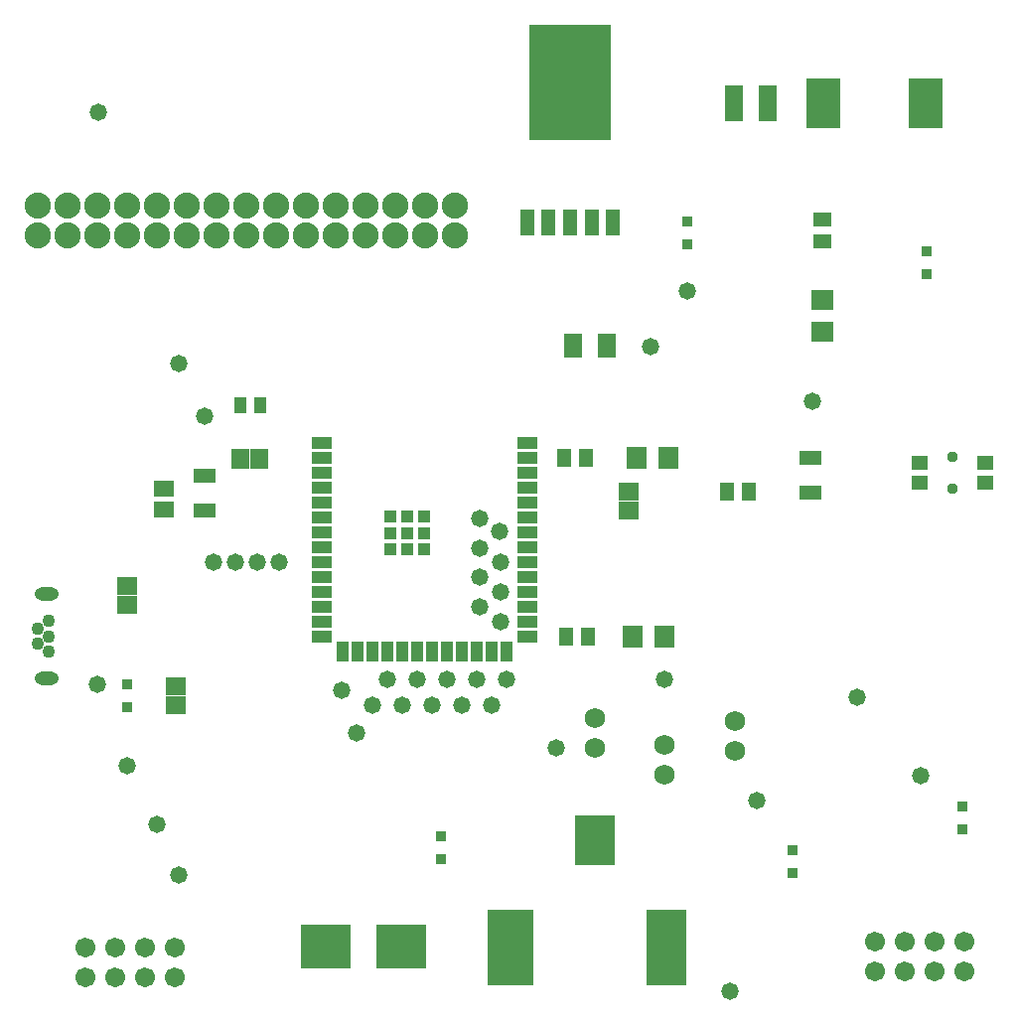
<source format=gts>
G04*
G04 #@! TF.GenerationSoftware,Altium Limited,Altium Designer,25.3.3 (18)*
G04*
G04 Layer_Color=8388736*
%FSLAX44Y44*%
%MOMM*%
G71*
G04*
G04 #@! TF.SameCoordinates,CF0063C5-59CE-4EC0-ACCE-DCAF0012FED6*
G04*
G04*
G04 #@! TF.FilePolarity,Negative*
G04*
G01*
G75*
%ADD17R,1.0668X1.3462*%
%ADD18R,4.2418X3.8100*%
%ADD19R,0.8890X0.9525*%
%ADD40R,3.5032X4.2632*%
%ADD41R,3.5032X6.5532*%
%ADD42R,4.0132X6.5532*%
%ADD43R,1.6532X1.5532*%
%ADD44R,1.9332X1.1732*%
%ADD45R,1.6532X1.3532*%
%ADD46R,1.5732X3.0132*%
%ADD47R,1.4932X2.1132*%
%ADD48R,2.9032X4.3032*%
%ADD49R,1.5532X1.6532*%
%ADD50R,1.1032X1.1032*%
%ADD51R,1.7032X1.1032*%
%ADD52R,1.1032X1.7032*%
%ADD53R,1.2032X1.6232*%
%ADD54R,1.2032X2.2532*%
%ADD55R,6.9032X9.9032*%
%ADD56R,1.6232X1.2032*%
%ADD57R,1.9532X1.7032*%
%ADD58R,1.7032X1.9532*%
%ADD59R,1.4032X1.2032*%
%ADD60C,1.7272*%
%ADD61C,1.7018*%
%ADD62C,2.2352*%
%ADD63C,1.1032*%
%ADD64O,2.0532X1.1032*%
%ADD65C,0.9532*%
%ADD66C,1.4732*%
D17*
X195707Y532130D02*
D03*
X213233D02*
D03*
D18*
X332867Y71120D02*
D03*
X269113D02*
D03*
D19*
X666750Y153225D02*
D03*
Y133794D02*
D03*
X781050Y663321D02*
D03*
Y643890D02*
D03*
X99060Y274764D02*
D03*
Y294195D02*
D03*
X811530Y170625D02*
D03*
Y190056D02*
D03*
X367030Y164655D02*
D03*
Y145225D02*
D03*
X576580Y669734D02*
D03*
Y689165D02*
D03*
D40*
X497800Y161250D02*
D03*
D41*
X558800Y69850D02*
D03*
D42*
X425900D02*
D03*
D43*
X527050Y442600D02*
D03*
Y459100D02*
D03*
X140970Y276230D02*
D03*
Y292730D02*
D03*
X99060Y378450D02*
D03*
Y361950D02*
D03*
D44*
X681990Y487240D02*
D03*
Y457640D02*
D03*
X165540Y442400D02*
D03*
Y472000D02*
D03*
D45*
X130810Y443120D02*
D03*
Y461120D02*
D03*
D46*
X616990Y789940D02*
D03*
X645390D02*
D03*
D47*
X479430Y582930D02*
D03*
X508630D02*
D03*
D48*
X780350Y789940D02*
D03*
X692850D02*
D03*
D49*
X212090Y486410D02*
D03*
X195590D02*
D03*
D50*
X338190Y423180D02*
D03*
X324190D02*
D03*
X352190D02*
D03*
X324190Y409180D02*
D03*
X338190D02*
D03*
X352190D02*
D03*
X324190Y437180D02*
D03*
X338190D02*
D03*
X352190D02*
D03*
D51*
X265690Y500380D02*
D03*
Y487680D02*
D03*
Y474980D02*
D03*
Y462280D02*
D03*
Y449580D02*
D03*
Y436880D02*
D03*
Y424180D02*
D03*
Y411480D02*
D03*
Y398780D02*
D03*
Y386080D02*
D03*
Y373380D02*
D03*
Y360680D02*
D03*
Y347980D02*
D03*
Y335280D02*
D03*
X440690D02*
D03*
Y347980D02*
D03*
Y360680D02*
D03*
Y373380D02*
D03*
Y386080D02*
D03*
Y398780D02*
D03*
Y411480D02*
D03*
Y424180D02*
D03*
Y436880D02*
D03*
Y449580D02*
D03*
Y462280D02*
D03*
Y474980D02*
D03*
Y487680D02*
D03*
Y500380D02*
D03*
D52*
X283340Y322780D02*
D03*
X296040D02*
D03*
X308740D02*
D03*
X321440D02*
D03*
X334140D02*
D03*
X346840D02*
D03*
X359540D02*
D03*
X372240D02*
D03*
X384940D02*
D03*
X397640D02*
D03*
X410340D02*
D03*
X423040D02*
D03*
D53*
X629110Y458470D02*
D03*
X610410D02*
D03*
X473250Y335280D02*
D03*
X491950D02*
D03*
X471980Y487680D02*
D03*
X490680D02*
D03*
D54*
X440400Y688340D02*
D03*
X458700D02*
D03*
X477000D02*
D03*
X495300D02*
D03*
X513600D02*
D03*
D55*
X477000Y807340D02*
D03*
D56*
X692150Y671830D02*
D03*
Y690530D02*
D03*
D57*
Y622300D02*
D03*
Y595300D02*
D03*
D58*
X530060Y335280D02*
D03*
X557060D02*
D03*
X533870Y487680D02*
D03*
X560870D02*
D03*
D59*
X830640Y483260D02*
D03*
Y466260D02*
D03*
X774640Y483260D02*
D03*
Y466260D02*
D03*
D60*
X497840Y240030D02*
D03*
Y265430D02*
D03*
X617220Y237490D02*
D03*
Y262890D02*
D03*
X557530Y217170D02*
D03*
Y242570D02*
D03*
D61*
X63500Y44450D02*
D03*
X88900D02*
D03*
X114300D02*
D03*
X139700D02*
D03*
X63500Y69850D02*
D03*
X88900D02*
D03*
X114300D02*
D03*
X139700D02*
D03*
X736600Y49530D02*
D03*
X762000D02*
D03*
X787400D02*
D03*
X812800D02*
D03*
X736600Y74930D02*
D03*
X762000D02*
D03*
X787400D02*
D03*
X812800D02*
D03*
D62*
X378460Y676910D02*
D03*
Y702310D02*
D03*
X353060Y676910D02*
D03*
Y702310D02*
D03*
X327660Y676910D02*
D03*
Y702310D02*
D03*
X302260Y676910D02*
D03*
Y702310D02*
D03*
X276860Y676910D02*
D03*
Y702310D02*
D03*
X251460Y676910D02*
D03*
Y702310D02*
D03*
X226060Y676910D02*
D03*
Y702310D02*
D03*
X200660Y676910D02*
D03*
Y702310D02*
D03*
X175260Y676910D02*
D03*
Y702310D02*
D03*
X149860Y676910D02*
D03*
Y702310D02*
D03*
X124460Y676910D02*
D03*
Y702310D02*
D03*
X99060Y676910D02*
D03*
Y702310D02*
D03*
X73660Y676910D02*
D03*
Y702310D02*
D03*
X48260Y676910D02*
D03*
Y702310D02*
D03*
X22860Y676910D02*
D03*
Y702310D02*
D03*
D63*
Y328930D02*
D03*
Y341930D02*
D03*
X32860Y322430D02*
D03*
Y335430D02*
D03*
Y348430D02*
D03*
D64*
X30660Y371180D02*
D03*
Y299680D02*
D03*
D65*
X802640Y488510D02*
D03*
Y461010D02*
D03*
D66*
X124460Y175260D02*
D03*
X721360Y283210D02*
D03*
X410210Y276860D02*
D03*
X294640Y252730D02*
D03*
X281940Y289560D02*
D03*
X636270Y195580D02*
D03*
X557530Y298450D02*
D03*
X613410Y33020D02*
D03*
X143510Y132080D02*
D03*
X775970Y216535D02*
D03*
X143510Y567690D02*
D03*
X165100Y523240D02*
D03*
X172720Y398780D02*
D03*
X191347D02*
D03*
X209973D02*
D03*
X228600D02*
D03*
X308610Y276860D02*
D03*
X74930Y782320D02*
D03*
X545293Y582668D02*
D03*
X346710Y298450D02*
D03*
X372110D02*
D03*
X321310D02*
D03*
X384810Y276860D02*
D03*
X400050Y360680D02*
D03*
X400063Y435597D02*
D03*
X400050Y410633D02*
D03*
X417155Y424802D02*
D03*
X417830Y398780D02*
D03*
Y373380D02*
D03*
X400050Y385657D02*
D03*
X417830Y347980D02*
D03*
X683260Y535940D02*
D03*
X576580Y629920D02*
D03*
X99060Y224790D02*
D03*
X464820Y240030D02*
D03*
X73660Y294640D02*
D03*
X422910Y298450D02*
D03*
X397510D02*
D03*
X359410Y276860D02*
D03*
X334010D02*
D03*
M02*

</source>
